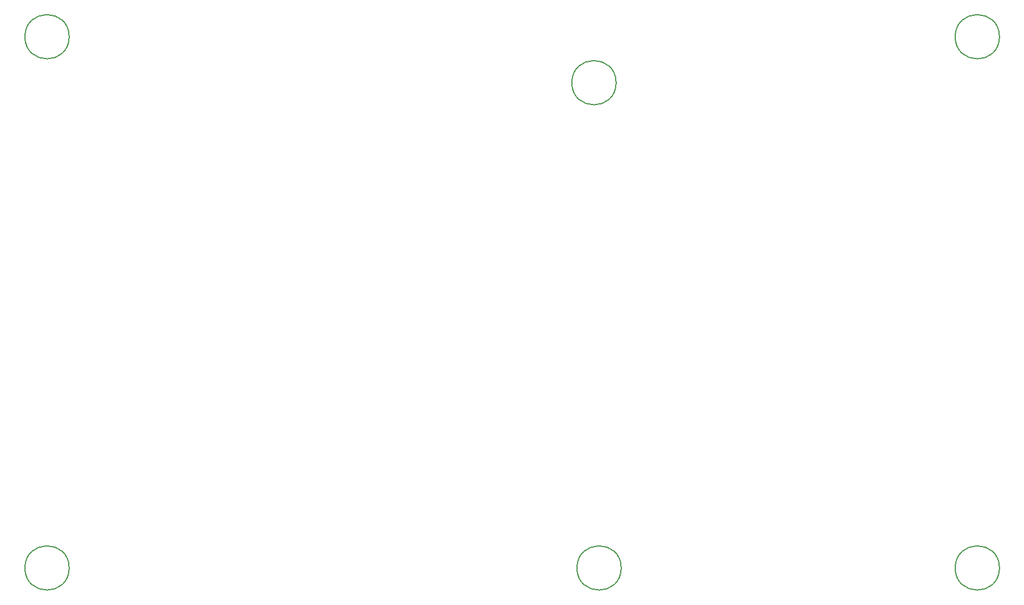
<source format=gbr>
%TF.GenerationSoftware,KiCad,Pcbnew,(5.1.9)-1*%
%TF.CreationDate,2022-01-12T17:44:04+01:00*%
%TF.ProjectId,Allarmino,416c6c61-726d-4696-9e6f-2e6b69636164,rev?*%
%TF.SameCoordinates,Original*%
%TF.FileFunction,Legend,Bot*%
%TF.FilePolarity,Positive*%
%FSLAX46Y46*%
G04 Gerber Fmt 4.6, Leading zero omitted, Abs format (unit mm)*
G04 Created by KiCad (PCBNEW (5.1.9)-1) date 2022-01-12 17:44:04*
%MOMM*%
%LPD*%
G01*
G04 APERTURE LIST*
%ADD10C,0.150000*%
G04 APERTURE END LIST*
D10*
X164590000Y-44958000D02*
G75*
G03*
X164590000Y-44958000I-3300000J0D01*
G01*
X165352000Y-117348000D02*
G75*
G03*
X165352000Y-117348000I-3300000J0D01*
G01*
X83056000Y-38100000D02*
G75*
G03*
X83056000Y-38100000I-3300000J0D01*
G01*
X83056000Y-117348000D02*
G75*
G03*
X83056000Y-117348000I-3300000J0D01*
G01*
X221740000Y-117348000D02*
G75*
G03*
X221740000Y-117348000I-3300000J0D01*
G01*
X221740000Y-38100000D02*
G75*
G03*
X221740000Y-38100000I-3300000J0D01*
G01*
M02*

</source>
